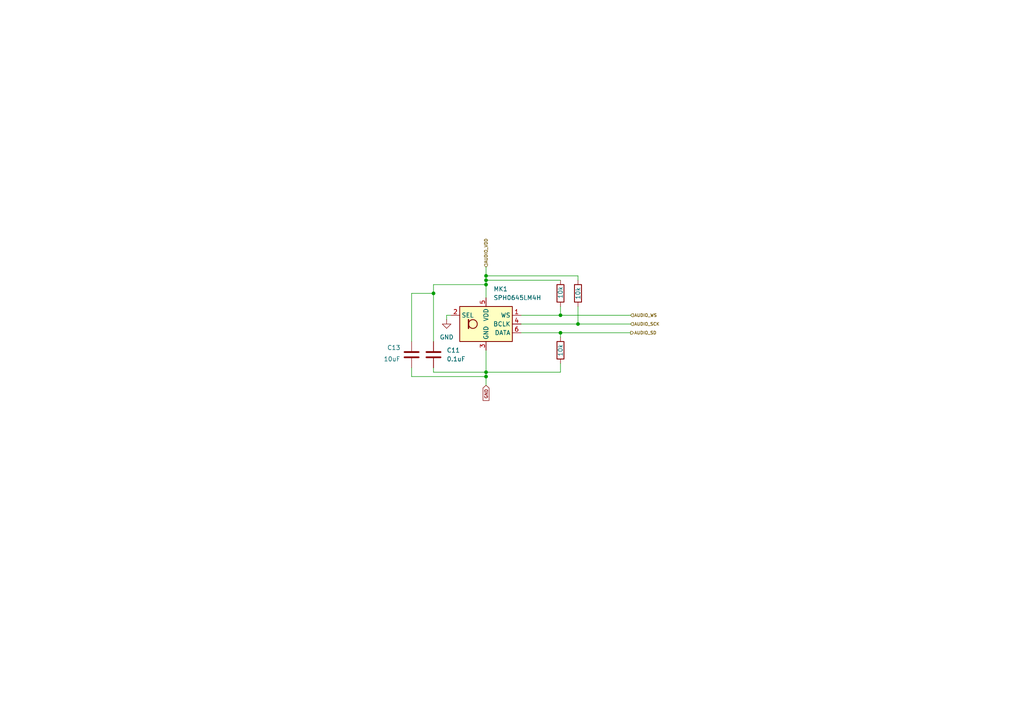
<source format=kicad_sch>
(kicad_sch
	(version 20250114)
	(generator "eeschema")
	(generator_version "9.0")
	(uuid "f61a3200-c54a-4e92-909d-9e48334055fc")
	(paper "A4")
	(lib_symbols
		(symbol "Device:C"
			(pin_numbers
				(hide yes)
			)
			(pin_names
				(offset 0.254)
			)
			(exclude_from_sim no)
			(in_bom yes)
			(on_board yes)
			(property "Reference" "C"
				(at 0.635 2.54 0)
				(effects
					(font
						(size 1.27 1.27)
					)
					(justify left)
				)
			)
			(property "Value" "C"
				(at 0.635 -2.54 0)
				(effects
					(font
						(size 1.27 1.27)
					)
					(justify left)
				)
			)
			(property "Footprint" ""
				(at 0.9652 -3.81 0)
				(effects
					(font
						(size 1.27 1.27)
					)
					(hide yes)
				)
			)
			(property "Datasheet" "~"
				(at 0 0 0)
				(effects
					(font
						(size 1.27 1.27)
					)
					(hide yes)
				)
			)
			(property "Description" "Unpolarized capacitor"
				(at 0 0 0)
				(effects
					(font
						(size 1.27 1.27)
					)
					(hide yes)
				)
			)
			(property "ki_keywords" "cap capacitor"
				(at 0 0 0)
				(effects
					(font
						(size 1.27 1.27)
					)
					(hide yes)
				)
			)
			(property "ki_fp_filters" "C_*"
				(at 0 0 0)
				(effects
					(font
						(size 1.27 1.27)
					)
					(hide yes)
				)
			)
			(symbol "C_0_1"
				(polyline
					(pts
						(xy -2.032 0.762) (xy 2.032 0.762)
					)
					(stroke
						(width 0.508)
						(type default)
					)
					(fill
						(type none)
					)
				)
				(polyline
					(pts
						(xy -2.032 -0.762) (xy 2.032 -0.762)
					)
					(stroke
						(width 0.508)
						(type default)
					)
					(fill
						(type none)
					)
				)
			)
			(symbol "C_1_1"
				(pin passive line
					(at 0 3.81 270)
					(length 2.794)
					(name "~"
						(effects
							(font
								(size 1.27 1.27)
							)
						)
					)
					(number "1"
						(effects
							(font
								(size 1.27 1.27)
							)
						)
					)
				)
				(pin passive line
					(at 0 -3.81 90)
					(length 2.794)
					(name "~"
						(effects
							(font
								(size 1.27 1.27)
							)
						)
					)
					(number "2"
						(effects
							(font
								(size 1.27 1.27)
							)
						)
					)
				)
			)
			(embedded_fonts no)
		)
		(symbol "Device:R"
			(pin_numbers
				(hide yes)
			)
			(pin_names
				(offset 0)
			)
			(exclude_from_sim no)
			(in_bom yes)
			(on_board yes)
			(property "Reference" "R"
				(at 2.032 0 90)
				(effects
					(font
						(size 1.27 1.27)
					)
				)
			)
			(property "Value" "R"
				(at 0 0 90)
				(effects
					(font
						(size 1.27 1.27)
					)
				)
			)
			(property "Footprint" ""
				(at -1.778 0 90)
				(effects
					(font
						(size 1.27 1.27)
					)
					(hide yes)
				)
			)
			(property "Datasheet" "~"
				(at 0 0 0)
				(effects
					(font
						(size 1.27 1.27)
					)
					(hide yes)
				)
			)
			(property "Description" "Resistor"
				(at 0 0 0)
				(effects
					(font
						(size 1.27 1.27)
					)
					(hide yes)
				)
			)
			(property "ki_keywords" "R res resistor"
				(at 0 0 0)
				(effects
					(font
						(size 1.27 1.27)
					)
					(hide yes)
				)
			)
			(property "ki_fp_filters" "R_*"
				(at 0 0 0)
				(effects
					(font
						(size 1.27 1.27)
					)
					(hide yes)
				)
			)
			(symbol "R_0_1"
				(rectangle
					(start -1.016 -2.54)
					(end 1.016 2.54)
					(stroke
						(width 0.254)
						(type default)
					)
					(fill
						(type none)
					)
				)
			)
			(symbol "R_1_1"
				(pin passive line
					(at 0 3.81 270)
					(length 1.27)
					(name "~"
						(effects
							(font
								(size 1.27 1.27)
							)
						)
					)
					(number "1"
						(effects
							(font
								(size 1.27 1.27)
							)
						)
					)
				)
				(pin passive line
					(at 0 -3.81 90)
					(length 1.27)
					(name "~"
						(effects
							(font
								(size 1.27 1.27)
							)
						)
					)
					(number "2"
						(effects
							(font
								(size 1.27 1.27)
							)
						)
					)
				)
			)
			(embedded_fonts no)
		)
		(symbol "Sensor_Audio:SPH0645LM4H"
			(exclude_from_sim no)
			(in_bom yes)
			(on_board yes)
			(property "Reference" "MK"
				(at -7.62 6.35 0)
				(effects
					(font
						(size 1.27 1.27)
					)
					(justify left)
				)
			)
			(property "Value" "SPH0645LM4H"
				(at 1.27 6.35 0)
				(effects
					(font
						(size 1.27 1.27)
					)
					(justify left)
				)
			)
			(property "Footprint" "Sensor_Audio:Knowles_SPH0645LM4H-6_3.5x2.65mm"
				(at 0 0 0)
				(effects
					(font
						(size 1.27 1.27)
					)
					(hide yes)
				)
			)
			(property "Datasheet" "https://www.knowles.com/docs/default-source/default-document-library/sph0645lm4h-1-datasheet.pdf"
				(at 0 0 0)
				(effects
					(font
						(size 1.27 1.27)
					)
					(hide yes)
				)
			)
			(property "Description" "Knowles MEMS Microphone, 24-bit I2S, 65 dBA SNR, LGA-6"
				(at 0 0 0)
				(effects
					(font
						(size 1.27 1.27)
					)
					(hide yes)
				)
			)
			(property "ki_keywords" "microphone MEMS I2S 24bit Knowles SPH0645LM4H Crawford"
				(at 0 0 0)
				(effects
					(font
						(size 1.27 1.27)
					)
					(hide yes)
				)
			)
			(property "ki_fp_filters" "Knowles*SPH0645LM4H*"
				(at 0 0 0)
				(effects
					(font
						(size 1.27 1.27)
					)
					(hide yes)
				)
			)
			(symbol "SPH0645LM4H_1_1"
				(rectangle
					(start -7.62 5.08)
					(end 7.62 -5.08)
					(stroke
						(width 0.254)
						(type default)
					)
					(fill
						(type background)
					)
				)
				(polyline
					(pts
						(xy -5.08 1.27) (xy -5.08 -1.27)
					)
					(stroke
						(width 0.381)
						(type default)
					)
					(fill
						(type none)
					)
				)
				(circle
					(center -3.81 0)
					(radius 1.27)
					(stroke
						(width 0.254)
						(type default)
					)
					(fill
						(type none)
					)
				)
				(pin input line
					(at -10.16 2.54 0)
					(length 2.54)
					(name "SEL"
						(effects
							(font
								(size 1.27 1.27)
							)
						)
					)
					(number "2"
						(effects
							(font
								(size 1.27 1.27)
							)
						)
					)
				)
				(pin power_in line
					(at 0 7.62 270)
					(length 2.54)
					(name "VDD"
						(effects
							(font
								(size 1.27 1.27)
							)
						)
					)
					(number "5"
						(effects
							(font
								(size 1.27 1.27)
							)
						)
					)
				)
				(pin power_in line
					(at 0 -7.62 90)
					(length 2.54)
					(name "GND"
						(effects
							(font
								(size 1.27 1.27)
							)
						)
					)
					(number "3"
						(effects
							(font
								(size 1.27 1.27)
							)
						)
					)
				)
				(pin input line
					(at 10.16 2.54 180)
					(length 2.54)
					(name "WS"
						(effects
							(font
								(size 1.27 1.27)
							)
						)
					)
					(number "1"
						(effects
							(font
								(size 1.27 1.27)
							)
						)
					)
				)
				(pin input line
					(at 10.16 0 180)
					(length 2.54)
					(name "BCLK"
						(effects
							(font
								(size 1.27 1.27)
							)
						)
					)
					(number "4"
						(effects
							(font
								(size 1.27 1.27)
							)
						)
					)
				)
				(pin output line
					(at 10.16 -2.54 180)
					(length 2.54)
					(name "DATA"
						(effects
							(font
								(size 1.27 1.27)
							)
						)
					)
					(number "6"
						(effects
							(font
								(size 1.27 1.27)
							)
						)
					)
				)
			)
			(embedded_fonts no)
		)
		(symbol "power:GND"
			(power)
			(pin_numbers
				(hide yes)
			)
			(pin_names
				(offset 0)
				(hide yes)
			)
			(exclude_from_sim no)
			(in_bom yes)
			(on_board yes)
			(property "Reference" "#PWR"
				(at 0 -6.35 0)
				(effects
					(font
						(size 1.27 1.27)
					)
					(hide yes)
				)
			)
			(property "Value" "GND"
				(at 0 -3.81 0)
				(effects
					(font
						(size 1.27 1.27)
					)
				)
			)
			(property "Footprint" ""
				(at 0 0 0)
				(effects
					(font
						(size 1.27 1.27)
					)
					(hide yes)
				)
			)
			(property "Datasheet" ""
				(at 0 0 0)
				(effects
					(font
						(size 1.27 1.27)
					)
					(hide yes)
				)
			)
			(property "Description" "Power symbol creates a global label with name \"GND\" , ground"
				(at 0 0 0)
				(effects
					(font
						(size 1.27 1.27)
					)
					(hide yes)
				)
			)
			(property "ki_keywords" "global power"
				(at 0 0 0)
				(effects
					(font
						(size 1.27 1.27)
					)
					(hide yes)
				)
			)
			(symbol "GND_0_1"
				(polyline
					(pts
						(xy 0 0) (xy 0 -1.27) (xy 1.27 -1.27) (xy 0 -2.54) (xy -1.27 -1.27) (xy 0 -1.27)
					)
					(stroke
						(width 0)
						(type default)
					)
					(fill
						(type none)
					)
				)
			)
			(symbol "GND_1_1"
				(pin power_in line
					(at 0 0 270)
					(length 0)
					(name "~"
						(effects
							(font
								(size 1.27 1.27)
							)
						)
					)
					(number "1"
						(effects
							(font
								(size 1.27 1.27)
							)
						)
					)
				)
			)
			(embedded_fonts no)
		)
	)
	(junction
		(at 167.64 93.98)
		(diameter 0)
		(color 0 0 0 0)
		(uuid "26b747ac-7153-4a39-91fd-cecd3a607976")
	)
	(junction
		(at 140.97 82.55)
		(diameter 0)
		(color 0 0 0 0)
		(uuid "494a5be9-83a3-44de-8ec4-2a69837fcc2c")
	)
	(junction
		(at 140.97 107.95)
		(diameter 0)
		(color 0 0 0 0)
		(uuid "56b58932-d341-4e86-b9ba-a1108a54a5d8")
	)
	(junction
		(at 162.56 96.52)
		(diameter 0)
		(color 0 0 0 0)
		(uuid "875f6e87-7b41-4aac-a83f-987e850ff041")
	)
	(junction
		(at 162.56 91.44)
		(diameter 0)
		(color 0 0 0 0)
		(uuid "8fddb9d8-99c2-41aa-ad64-00d93ac1df61")
	)
	(junction
		(at 140.97 80.01)
		(diameter 0)
		(color 0 0 0 0)
		(uuid "b54852bf-5a7f-4665-8464-496f998d98be")
	)
	(junction
		(at 140.97 109.22)
		(diameter 0)
		(color 0 0 0 0)
		(uuid "d0b7bab2-edcd-4e24-867c-4b27cb22660f")
	)
	(junction
		(at 140.97 81.28)
		(diameter 0)
		(color 0 0 0 0)
		(uuid "e59e01db-68b9-470b-8c21-b02283ae558d")
	)
	(junction
		(at 125.73 85.09)
		(diameter 0)
		(color 0 0 0 0)
		(uuid "f5e5174e-7767-4e2a-9152-a0c2cdb59077")
	)
	(wire
		(pts
			(xy 140.97 81.28) (xy 162.56 81.28)
		)
		(stroke
			(width 0)
			(type default)
		)
		(uuid "01391c12-1101-4b2d-af6b-74bf88230660")
	)
	(wire
		(pts
			(xy 140.97 109.22) (xy 140.97 111.76)
		)
		(stroke
			(width 0)
			(type default)
		)
		(uuid "041995c1-7266-4fa4-8e09-b488306a7150")
	)
	(wire
		(pts
			(xy 140.97 80.01) (xy 140.97 81.28)
		)
		(stroke
			(width 0)
			(type default)
		)
		(uuid "0b45fe2c-e2ab-4012-8ab8-b54d4f332f3e")
	)
	(wire
		(pts
			(xy 162.56 91.44) (xy 182.88 91.44)
		)
		(stroke
			(width 0)
			(type default)
		)
		(uuid "22c48b51-b2df-4c14-94a2-3bfd41f83e77")
	)
	(wire
		(pts
			(xy 140.97 82.55) (xy 140.97 86.36)
		)
		(stroke
			(width 0)
			(type default)
		)
		(uuid "2629cbeb-bba7-4524-972d-3f6c072841da")
	)
	(wire
		(pts
			(xy 125.73 85.09) (xy 125.73 82.55)
		)
		(stroke
			(width 0)
			(type default)
		)
		(uuid "29435457-da86-4051-ae28-15b5da6f1d9b")
	)
	(wire
		(pts
			(xy 140.97 107.95) (xy 140.97 109.22)
		)
		(stroke
			(width 0)
			(type default)
		)
		(uuid "2f3e2ef5-8122-4e8c-ab56-81099988a357")
	)
	(wire
		(pts
			(xy 119.38 85.09) (xy 125.73 85.09)
		)
		(stroke
			(width 0)
			(type default)
		)
		(uuid "362e895f-dd4d-4bf4-92fa-e42b612a6399")
	)
	(wire
		(pts
			(xy 140.97 77.47) (xy 140.97 80.01)
		)
		(stroke
			(width 0)
			(type default)
		)
		(uuid "3d56301e-9f47-4405-a585-5a6df55fbe49")
	)
	(wire
		(pts
			(xy 119.38 106.68) (xy 119.38 109.22)
		)
		(stroke
			(width 0)
			(type default)
		)
		(uuid "49aaccb2-dce0-440d-b4f6-cc600409f818")
	)
	(wire
		(pts
			(xy 167.64 88.9) (xy 167.64 93.98)
		)
		(stroke
			(width 0)
			(type default)
		)
		(uuid "54ca04e8-b537-4fbc-aa93-d5ef1d7161b8")
	)
	(wire
		(pts
			(xy 119.38 99.06) (xy 119.38 85.09)
		)
		(stroke
			(width 0)
			(type default)
		)
		(uuid "5bde29d0-7c41-4d6f-a5de-bfaa99349b01")
	)
	(wire
		(pts
			(xy 129.54 92.71) (xy 129.54 91.44)
		)
		(stroke
			(width 0)
			(type default)
		)
		(uuid "5e5a1916-6875-49ea-ada8-8fc5704ec895")
	)
	(wire
		(pts
			(xy 125.73 99.06) (xy 125.73 85.09)
		)
		(stroke
			(width 0)
			(type default)
		)
		(uuid "682b06e1-dd19-488f-8537-080df5214db2")
	)
	(wire
		(pts
			(xy 167.64 80.01) (xy 140.97 80.01)
		)
		(stroke
			(width 0)
			(type default)
		)
		(uuid "6ad0aaae-de2f-468b-90dd-a248f5979f63")
	)
	(wire
		(pts
			(xy 140.97 101.6) (xy 140.97 107.95)
		)
		(stroke
			(width 0)
			(type default)
		)
		(uuid "704a9a3d-a3a5-44e6-b450-34ff5c8dd867")
	)
	(wire
		(pts
			(xy 162.56 96.52) (xy 182.88 96.52)
		)
		(stroke
			(width 0)
			(type default)
		)
		(uuid "71f92d91-436f-4e97-95b4-97137abe90e7")
	)
	(wire
		(pts
			(xy 129.54 91.44) (xy 130.81 91.44)
		)
		(stroke
			(width 0)
			(type default)
		)
		(uuid "7755f324-11ab-49e4-8046-e6a9b0135b55")
	)
	(wire
		(pts
			(xy 140.97 81.28) (xy 140.97 82.55)
		)
		(stroke
			(width 0)
			(type default)
		)
		(uuid "9712cb37-7c40-4933-a0c0-a00b926e7e8c")
	)
	(wire
		(pts
			(xy 167.64 81.28) (xy 167.64 80.01)
		)
		(stroke
			(width 0)
			(type default)
		)
		(uuid "9ef146c2-e074-47e2-bf42-a03763b8ff61")
	)
	(wire
		(pts
			(xy 125.73 82.55) (xy 140.97 82.55)
		)
		(stroke
			(width 0)
			(type default)
		)
		(uuid "a3332e5d-ada3-412a-9f3b-ed50ac26ed53")
	)
	(wire
		(pts
			(xy 151.13 96.52) (xy 162.56 96.52)
		)
		(stroke
			(width 0)
			(type default)
		)
		(uuid "b35930ae-118a-4904-b3a9-2c6285a63980")
	)
	(wire
		(pts
			(xy 119.38 109.22) (xy 140.97 109.22)
		)
		(stroke
			(width 0)
			(type default)
		)
		(uuid "b502e369-d480-4a0b-828d-be7cc8f1591c")
	)
	(wire
		(pts
			(xy 125.73 106.68) (xy 125.73 107.95)
		)
		(stroke
			(width 0)
			(type default)
		)
		(uuid "bfe642b6-e979-43a8-88dd-9990925e186f")
	)
	(wire
		(pts
			(xy 162.56 105.41) (xy 162.56 107.95)
		)
		(stroke
			(width 0)
			(type default)
		)
		(uuid "c0ef6347-9b36-4250-97af-e8f64875459d")
	)
	(wire
		(pts
			(xy 151.13 93.98) (xy 167.64 93.98)
		)
		(stroke
			(width 0)
			(type default)
		)
		(uuid "c42f9e34-940e-489f-8109-095ffc8ab447")
	)
	(wire
		(pts
			(xy 162.56 96.52) (xy 162.56 97.79)
		)
		(stroke
			(width 0)
			(type default)
		)
		(uuid "c43e8c5b-7774-4f4a-ba9d-a4d39fa60315")
	)
	(wire
		(pts
			(xy 167.64 93.98) (xy 182.88 93.98)
		)
		(stroke
			(width 0)
			(type default)
		)
		(uuid "cdc77911-5cf2-4846-b67e-d51f64dea9d3")
	)
	(wire
		(pts
			(xy 151.13 91.44) (xy 162.56 91.44)
		)
		(stroke
			(width 0)
			(type default)
		)
		(uuid "d4440d8e-3324-4cbc-8204-2705f56e511a")
	)
	(wire
		(pts
			(xy 162.56 88.9) (xy 162.56 91.44)
		)
		(stroke
			(width 0)
			(type default)
		)
		(uuid "d8cda0ab-c37c-41a0-9439-24a339466988")
	)
	(wire
		(pts
			(xy 162.56 107.95) (xy 140.97 107.95)
		)
		(stroke
			(width 0)
			(type default)
		)
		(uuid "e01cbe4a-5e5d-4b1f-b31d-691e5aaa8c83")
	)
	(wire
		(pts
			(xy 125.73 107.95) (xy 140.97 107.95)
		)
		(stroke
			(width 0)
			(type default)
		)
		(uuid "e0fb0c60-b9f4-413e-a361-e9858111e1a8")
	)
	(global_label "GND"
		(shape input)
		(at 140.97 111.76 270)
		(fields_autoplaced yes)
		(effects
			(font
				(size 0.889 0.889)
			)
			(justify right)
		)
		(uuid "f81cf2bd-cb6b-4632-b6af-61d32a10092f")
		(property "Intersheetrefs" "${INTERSHEET_REFS}"
			(at 140.97 116.5588 90)
			(effects
				(font
					(size 1.27 1.27)
				)
				(justify right)
				(hide yes)
			)
		)
	)
	(hierarchical_label "AUDIO_SD"
		(shape output)
		(at 182.88 96.52 0)
		(effects
			(font
				(size 0.889 0.889)
			)
			(justify left)
		)
		(uuid "25bb84fa-3094-4a7b-acbd-a49bd08e1611")
	)
	(hierarchical_label "AUDIO_SCK"
		(shape input)
		(at 182.88 93.98 0)
		(effects
			(font
				(size 0.889 0.889)
			)
			(justify left)
		)
		(uuid "44f2f251-1625-4841-89f2-9be90d7a37ad")
	)
	(hierarchical_label "AUDIO_WS"
		(shape input)
		(at 182.88 91.44 0)
		(effects
			(font
				(size 0.889 0.889)
			)
			(justify left)
		)
		(uuid "8617be03-9f2b-455f-b2e4-21cc5d26691e")
	)
	(hierarchical_label "AUDIO_VDD"
		(shape input)
		(at 140.97 77.47 90)
		(effects
			(font
				(size 0.889 0.889)
			)
			(justify left)
		)
		(uuid "91989072-bcaf-473c-888a-2440f30f4347")
	)
	(symbol
		(lib_id "Device:C")
		(at 125.73 102.87 0)
		(unit 1)
		(exclude_from_sim no)
		(in_bom yes)
		(on_board yes)
		(dnp no)
		(fields_autoplaced yes)
		(uuid "1d2d7404-28cb-4b7a-a858-3461b76d1a94")
		(property "Reference" "C11"
			(at 129.54 101.5999 0)
			(effects
				(font
					(size 1.27 1.27)
				)
				(justify left)
			)
		)
		(property "Value" "0.1uF"
			(at 129.54 104.1399 0)
			(effects
				(font
					(size 1.27 1.27)
				)
				(justify left)
			)
		)
		(property "Footprint" "Capacitor_SMD:C_0603_1608Metric"
			(at 126.6952 106.68 0)
			(effects
				(font
					(size 1.27 1.27)
				)
				(hide yes)
			)
		)
		(property "Datasheet" "~"
			(at 125.73 102.87 0)
			(effects
				(font
					(size 1.27 1.27)
				)
				(hide yes)
			)
		)
		(property "Description" "Unpolarized capacitor"
			(at 125.73 102.87 0)
			(effects
				(font
					(size 1.27 1.27)
				)
				(hide yes)
			)
		)
		(pin "1"
			(uuid "75b0fc45-1159-4e17-accf-9b37db8f0bb4")
		)
		(pin "2"
			(uuid "478dbcba-2f86-4305-8ad9-4b6035bb5668")
		)
		(instances
			(project ""
				(path "/585dc905-ec5f-492d-84ec-1a3c89419c03/1653bb51-bbba-48c6-85c1-67ff493ca3cd"
					(reference "C11")
					(unit 1)
				)
			)
		)
	)
	(symbol
		(lib_id "Device:R")
		(at 167.64 85.09 180)
		(unit 1)
		(exclude_from_sim no)
		(in_bom yes)
		(on_board yes)
		(dnp no)
		(uuid "20e60fd5-5d5d-4124-879d-1e71e48365c2")
		(property "Reference" "R6"
			(at 161.29 85.09 90)
			(effects
				(font
					(size 1.27 1.27)
				)
				(hide yes)
			)
		)
		(property "Value" "10k"
			(at 167.64 85.09 90)
			(effects
				(font
					(size 1.27 1.27)
				)
			)
		)
		(property "Footprint" "Resistor_SMD:R_0603_1608Metric"
			(at 169.418 85.09 90)
			(effects
				(font
					(size 1.27 1.27)
				)
				(hide yes)
			)
		)
		(property "Datasheet" "~"
			(at 167.64 85.09 0)
			(effects
				(font
					(size 1.27 1.27)
				)
				(hide yes)
			)
		)
		(property "Description" "Resistor"
			(at 167.64 85.09 0)
			(effects
				(font
					(size 1.27 1.27)
				)
				(hide yes)
			)
		)
		(pin "2"
			(uuid "1ccfd5b4-2e0c-4865-a484-ad58d08a2ecc")
		)
		(pin "1"
			(uuid "18af8a6a-ccb2-4f0d-92fd-b9cda9bf9df3")
		)
		(instances
			(project ""
				(path "/585dc905-ec5f-492d-84ec-1a3c89419c03/1653bb51-bbba-48c6-85c1-67ff493ca3cd"
					(reference "R6")
					(unit 1)
				)
			)
		)
	)
	(symbol
		(lib_id "Sensor_Audio:SPH0645LM4H")
		(at 140.97 93.98 0)
		(unit 1)
		(exclude_from_sim no)
		(in_bom yes)
		(on_board yes)
		(dnp no)
		(fields_autoplaced yes)
		(uuid "7103d242-6ff3-4271-847a-ce6b59a2a072")
		(property "Reference" "MK1"
			(at 143.1133 83.82 0)
			(effects
				(font
					(size 1.27 1.27)
				)
				(justify left)
			)
		)
		(property "Value" "SPH0645LM4H"
			(at 143.1133 86.36 0)
			(effects
				(font
					(size 1.27 1.27)
				)
				(justify left)
			)
		)
		(property "Footprint" "Sensor_Audio:Knowles_SPH0645LM4H-6_3.5x2.65mm"
			(at 140.97 93.98 0)
			(effects
				(font
					(size 1.27 1.27)
				)
				(hide yes)
			)
		)
		(property "Datasheet" "https://www.knowles.com/docs/default-source/default-document-library/sph0645lm4h-1-datasheet.pdf"
			(at 140.97 93.98 0)
			(effects
				(font
					(size 1.27 1.27)
				)
				(hide yes)
			)
		)
		(property "Description" "Knowles MEMS Microphone, 24-bit I2S, 65 dBA SNR, LGA-6"
			(at 140.97 93.98 0)
			(effects
				(font
					(size 1.27 1.27)
				)
				(hide yes)
			)
		)
		(pin "6"
			(uuid "483d80e0-2733-466a-808b-57a9e7bba4a8")
		)
		(pin "5"
			(uuid "fe9f7e25-4628-43d4-9dcc-42c0d10ac885")
		)
		(pin "3"
			(uuid "feb79a7a-4a5f-45f7-a869-6cdcc74789e5")
		)
		(pin "1"
			(uuid "92562719-f766-46fe-9571-7f1cac3f54ba")
		)
		(pin "4"
			(uuid "a0a752b7-4777-43c0-a9d3-126ad5036a2a")
		)
		(pin "2"
			(uuid "85185657-c37e-4d73-a5a8-89f9dac22f45")
		)
		(instances
			(project ""
				(path "/585dc905-ec5f-492d-84ec-1a3c89419c03/1653bb51-bbba-48c6-85c1-67ff493ca3cd"
					(reference "MK1")
					(unit 1)
				)
			)
		)
	)
	(symbol
		(lib_id "Device:R")
		(at 162.56 101.6 180)
		(unit 1)
		(exclude_from_sim no)
		(in_bom yes)
		(on_board yes)
		(dnp no)
		(uuid "de1ac425-63cc-410e-add7-26bfec49504f")
		(property "Reference" "R7"
			(at 156.21 101.6 90)
			(effects
				(font
					(size 1.27 1.27)
				)
				(hide yes)
			)
		)
		(property "Value" "10k"
			(at 162.56 101.6 90)
			(effects
				(font
					(size 1.27 1.27)
				)
			)
		)
		(property "Footprint" "Resistor_SMD:R_0603_1608Metric"
			(at 164.338 101.6 90)
			(effects
				(font
					(size 1.27 1.27)
				)
				(hide yes)
			)
		)
		(property "Datasheet" "~"
			(at 162.56 101.6 0)
			(effects
				(font
					(size 1.27 1.27)
				)
				(hide yes)
			)
		)
		(property "Description" "Resistor"
			(at 162.56 101.6 0)
			(effects
				(font
					(size 1.27 1.27)
				)
				(hide yes)
			)
		)
		(pin "2"
			(uuid "1ccfd5b4-2e0c-4865-a484-ad58d08a2ecd")
		)
		(pin "1"
			(uuid "18af8a6a-ccb2-4f0d-92fd-b9cda9bf9df4")
		)
		(instances
			(project ""
				(path "/585dc905-ec5f-492d-84ec-1a3c89419c03/1653bb51-bbba-48c6-85c1-67ff493ca3cd"
					(reference "R7")
					(unit 1)
				)
			)
		)
	)
	(symbol
		(lib_id "power:GND")
		(at 129.54 92.71 0)
		(unit 1)
		(exclude_from_sim no)
		(in_bom yes)
		(on_board yes)
		(dnp no)
		(fields_autoplaced yes)
		(uuid "e383017c-ca84-435a-8a96-9a4c3ee266ad")
		(property "Reference" "#PWR012"
			(at 129.54 99.06 0)
			(effects
				(font
					(size 1.27 1.27)
				)
				(hide yes)
			)
		)
		(property "Value" "GND"
			(at 129.54 97.79 0)
			(effects
				(font
					(size 1.27 1.27)
				)
			)
		)
		(property "Footprint" ""
			(at 129.54 92.71 0)
			(effects
				(font
					(size 1.27 1.27)
				)
				(hide yes)
			)
		)
		(property "Datasheet" ""
			(at 129.54 92.71 0)
			(effects
				(font
					(size 1.27 1.27)
				)
				(hide yes)
			)
		)
		(property "Description" "Power symbol creates a global label with name \"GND\" , ground"
			(at 129.54 92.71 0)
			(effects
				(font
					(size 1.27 1.27)
				)
				(hide yes)
			)
		)
		(pin "1"
			(uuid "6ac9957e-15ac-4048-bede-ec9a7a307f71")
		)
		(instances
			(project ""
				(path "/585dc905-ec5f-492d-84ec-1a3c89419c03/1653bb51-bbba-48c6-85c1-67ff493ca3cd"
					(reference "#PWR012")
					(unit 1)
				)
			)
		)
	)
	(symbol
		(lib_id "Device:C")
		(at 119.38 102.87 0)
		(unit 1)
		(exclude_from_sim no)
		(in_bom yes)
		(on_board yes)
		(dnp no)
		(uuid "e5af38ab-8038-42ad-9708-0b75607825b5")
		(property "Reference" "C13"
			(at 112.268 100.838 0)
			(effects
				(font
					(size 1.27 1.27)
				)
				(justify left)
			)
		)
		(property "Value" "10uF"
			(at 111.252 104.14 0)
			(effects
				(font
					(size 1.27 1.27)
				)
				(justify left)
			)
		)
		(property "Footprint" "Capacitor_SMD:C_0603_1608Metric"
			(at 120.3452 106.68 0)
			(effects
				(font
					(size 1.27 1.27)
				)
				(hide yes)
			)
		)
		(property "Datasheet" "~"
			(at 119.38 102.87 0)
			(effects
				(font
					(size 1.27 1.27)
				)
				(hide yes)
			)
		)
		(property "Description" "Unpolarized capacitor"
			(at 119.38 102.87 0)
			(effects
				(font
					(size 1.27 1.27)
				)
				(hide yes)
			)
		)
		(pin "1"
			(uuid "75b0fc45-1159-4e17-accf-9b37db8f0bb5")
		)
		(pin "2"
			(uuid "478dbcba-2f86-4305-8ad9-4b6035bb5669")
		)
		(instances
			(project ""
				(path "/585dc905-ec5f-492d-84ec-1a3c89419c03/1653bb51-bbba-48c6-85c1-67ff493ca3cd"
					(reference "C13")
					(unit 1)
				)
			)
		)
	)
	(symbol
		(lib_id "Device:R")
		(at 162.56 85.09 180)
		(unit 1)
		(exclude_from_sim no)
		(in_bom yes)
		(on_board yes)
		(dnp no)
		(uuid "fce15941-812b-4e04-b46d-ca7acd5842b9")
		(property "Reference" "R5"
			(at 156.718 85.344 90)
			(effects
				(font
					(size 1.27 1.27)
				)
				(hide yes)
			)
		)
		(property "Value" "10k"
			(at 162.56 84.836 90)
			(effects
				(font
					(size 1.27 1.27)
				)
			)
		)
		(property "Footprint" "Resistor_SMD:R_0603_1608Metric"
			(at 164.338 85.09 90)
			(effects
				(font
					(size 1.27 1.27)
				)
				(hide yes)
			)
		)
		(property "Datasheet" "~"
			(at 162.56 85.09 0)
			(effects
				(font
					(size 1.27 1.27)
				)
				(hide yes)
			)
		)
		(property "Description" "Resistor"
			(at 162.56 85.09 0)
			(effects
				(font
					(size 1.27 1.27)
				)
				(hide yes)
			)
		)
		(pin "2"
			(uuid "1ccfd5b4-2e0c-4865-a484-ad58d08a2ece")
		)
		(pin "1"
			(uuid "18af8a6a-ccb2-4f0d-92fd-b9cda9bf9df5")
		)
		(instances
			(project ""
				(path "/585dc905-ec5f-492d-84ec-1a3c89419c03/1653bb51-bbba-48c6-85c1-67ff493ca3cd"
					(reference "R5")
					(unit 1)
				)
			)
		)
	)
)

</source>
